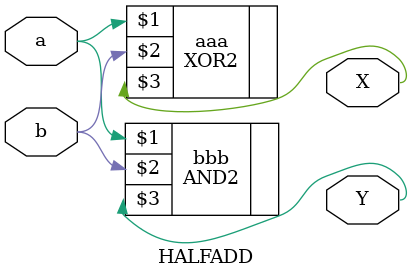
<source format=v>
/* HALFADD */
module HALFADD(a, b, X, Y);
//count is and -> Y

  input a, b;
  output X, Y;
    
    XOR2 aaa(a, b, X);
    AND2 bbb(a, b, Y);
    /*assign X = A ^ B; /* XOR2 */
    /*assign Y = A & B; /* AND2 */

endmodule

</source>
